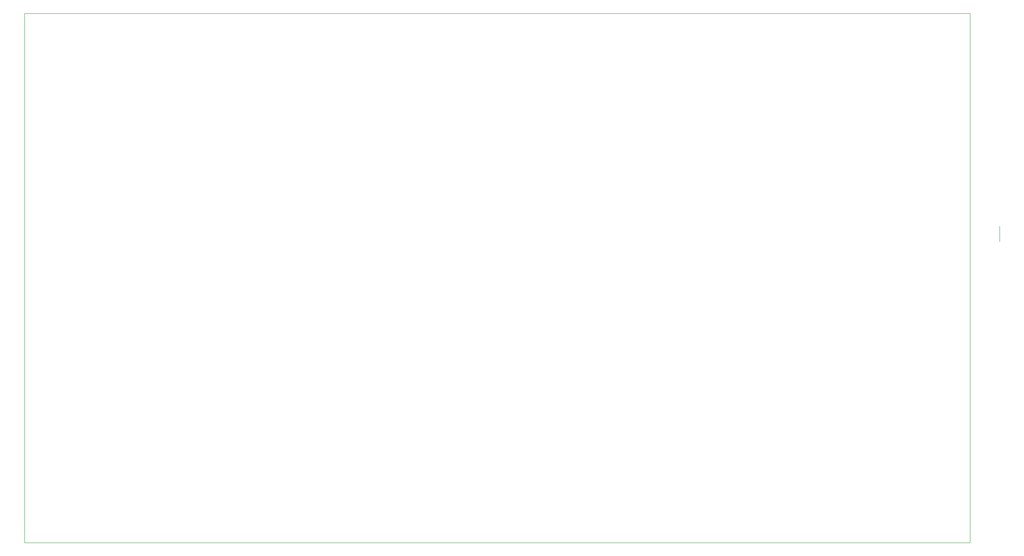
<source format=gbr>
%TF.GenerationSoftware,KiCad,Pcbnew,5.1.6-c6e7f7d~86~ubuntu16.04.1*%
%TF.CreationDate,2020-06-20T04:05:00+01:00*%
%TF.ProjectId,microtan-cassette-pcb,6d696372-6f74-4616-9e2d-636173736574,rev?*%
%TF.SameCoordinates,Original*%
%TF.FileFunction,Profile,NP*%
%FSLAX46Y46*%
G04 Gerber Fmt 4.6, Leading zero omitted, Abs format (unit mm)*
G04 Created by KiCad (PCBNEW 5.1.6-c6e7f7d~86~ubuntu16.04.1) date 2020-06-20 04:05:00*
%MOMM*%
%LPD*%
G01*
G04 APERTURE LIST*
%TA.AperFunction,Profile*%
%ADD10C,0.050000*%
%TD*%
G04 APERTURE END LIST*
D10*
X226314000Y-138176000D02*
X226314000Y-81534000D01*
X23368000Y-138176000D02*
X226314000Y-138176000D01*
X23368000Y-24384000D02*
X23368000Y-138176000D01*
X226314000Y-24384000D02*
X23368000Y-24384000D01*
X226314000Y-81534000D02*
X226314000Y-24384000D01*
X232664000Y-73406000D02*
X232664000Y-70104000D01*
M02*

</source>
